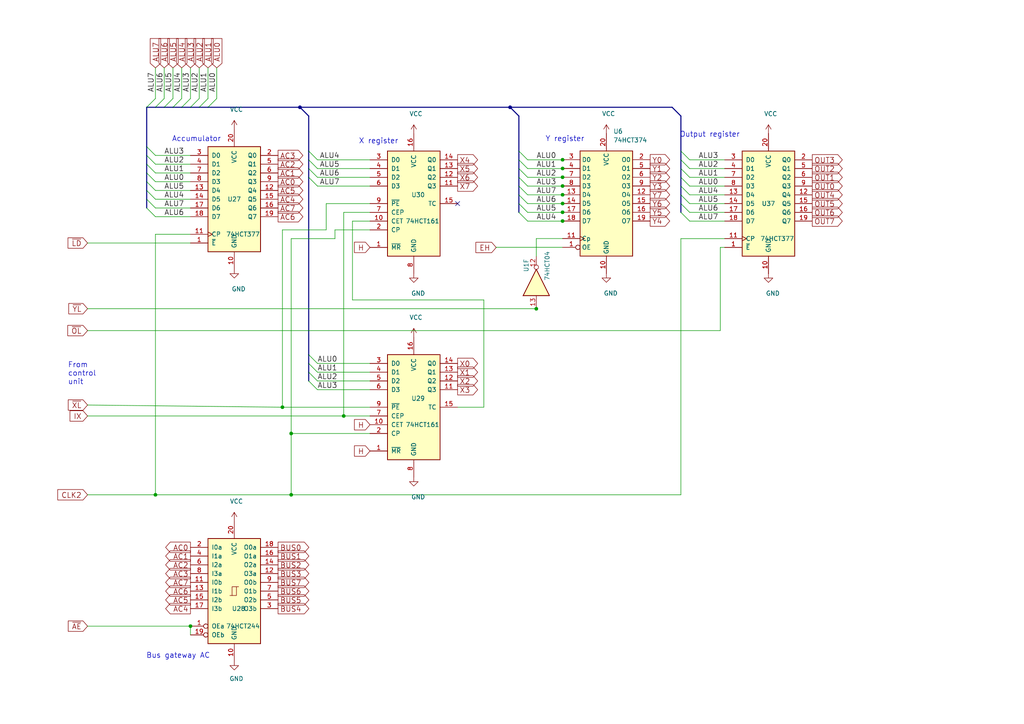
<source format=kicad_sch>
(kicad_sch (version 20211123) (generator eeschema)
  (paper "A4")
  (title_block (title "Gigatron User Registers") (date "2020-03-20") (rev "Release") (company "Marcel van Kervinck and Walter Belgers") (comment 1 "Only AC can write back to the bus and memory, the others are effectively write-only.") (comment 2 "Y is also used by the JMP instruction. OUT is the primary output register. ") (comment 3 "AC is the accumulator for calculations. X and Y are used to form memory addresses. ") (comment 4 "Besides PC there are four user registers: AC, X, Y and OUT, each has 8-bits."))
  (lib_symbols
    (symbol "74xx:74HCT04"
      (property "Reference" "U" (at 0 1.27 0))
      (property "Value" "74HCT04" (at 0 -1.27 0))
      (symbol "74HCT04_1_0"
        (polyline (pts (xy -3.81 3.81) (xy -3.81 -3.81) (xy 3.81 0) (xy -3.81 3.81)) (stroke (width 0.254)) (fill (type background)))
        (pin input line (at -7.62 0 0) (length 3.81) (name "~") (number "1"))
        (pin output inverted (at 7.62 0 180) (length 3.81) (name "~") (number "2"))
      )
      (symbol "74HCT04_2_0"
        (polyline (pts (xy -3.81 3.81) (xy -3.81 -3.81) (xy 3.81 0) (xy -3.81 3.81)) (stroke (width 0.254)) (fill (type background)))
        (pin input line (at -7.62 0 0) (length 3.81) (name "~") (number "3"))
        (pin output inverted (at 7.62 0 180) (length 3.81) (name "~") (number "4"))
      )
      (symbol "74HCT04_3_0"
        (polyline (pts (xy -3.81 3.81) (xy -3.81 -3.81) (xy 3.81 0) (xy -3.81 3.81)) (stroke (width 0.254)) (fill (type background)))
        (pin input line (at -7.62 0 0) (length 3.81) (name "~") (number "5"))
        (pin output inverted (at 7.62 0 180) (length 3.81) (name "~") (number "6"))
      )
      (symbol "74HCT04_4_0"
        (polyline (pts (xy -3.81 3.81) (xy -3.81 -3.81) (xy 3.81 0) (xy -3.81 3.81)) (stroke (width 0.254)) (fill (type background)))
        (pin output inverted (at 7.62 0 180) (length 3.81) (name "~") (number "8"))
        (pin input line (at -7.62 0 0) (length 3.81) (name "~") (number "9"))
      )
      (symbol "74HCT04_5_0"
        (polyline (pts (xy -3.81 3.81) (xy -3.81 -3.81) (xy 3.81 0) (xy -3.81 3.81)) (stroke (width 0.254)) (fill (type background)))
        (pin output inverted (at 7.62 0 180) (length 3.81) (name "~") (number "10"))
        (pin input line (at -7.62 0 0) (length 3.81) (name "~") (number "11"))
      )
      (symbol "74HCT04_6_0"
        (polyline (pts (xy -3.81 3.81) (xy -3.81 -3.81) (xy 3.81 0) (xy -3.81 3.81)) (stroke (width 0.254)) (fill (type background)))
        (pin output inverted (at 7.62 0 180) (length 3.81) (name "~") (number "12"))
        (pin input line (at -7.62 0 0) (length 3.81) (name "~") (number "13"))
      )
      (symbol "74HCT04_7_0"
        (pin power_in line (at 0 12.7 270) (length 5.08) (name "VCC") (number "14"))
        (pin power_in line (at 0 -12.7 90) (length 5.08) (name "GND") (number "7"))
      )
      (symbol "74HCT04_7_1"
        (rectangle (start -5.08 7.62) (end 5.08 -7.62) (stroke (width 0.254)) (fill (type background)))
      )
    )
    (symbol "74xx:74HCT374"
      (property "Reference" "U" (at -7.62 16.51 0))
      (property "Value" "74HCT374" (at -7.62 -16.51 0))
      (symbol "74HCT374_1_0"
        (pin input inverted (at -12.7 -12.7 0) (length 5.08) (name "OE") (number "1"))
        (pin power_in line (at 0 -20.32 90) (length 5.08) (name "GND") (number "10"))
        (pin input clock (at -12.7 -10.16 0) (length 5.08) (name "Cp") (number "11"))
        (pin tri_state line (at 12.7 2.54 180) (length 5.08) (name "O4") (number "12"))
        (pin input line (at -12.7 2.54 0) (length 5.08) (name "D4") (number "13"))
        (pin input line (at -12.7 0 0) (length 5.08) (name "D5") (number "14"))
        (pin tri_state line (at 12.7 0 180) (length 5.08) (name "O5") (number "15"))
        (pin tri_state line (at 12.7 -2.54 180) (length 5.08) (name "O6") (number "16"))
        (pin input line (at -12.7 -2.54 0) (length 5.08) (name "D6") (number "17"))
        (pin input line (at -12.7 -5.08 0) (length 5.08) (name "D7") (number "18"))
        (pin tri_state line (at 12.7 -5.08 180) (length 5.08) (name "O7") (number "19"))
        (pin tri_state line (at 12.7 12.7 180) (length 5.08) (name "O0") (number "2"))
        (pin power_in line (at 0 20.32 270) (length 5.08) (name "VCC") (number "20"))
        (pin input line (at -12.7 12.7 0) (length 5.08) (name "D0") (number "3"))
        (pin input line (at -12.7 10.16 0) (length 5.08) (name "D1") (number "4"))
        (pin tri_state line (at 12.7 10.16 180) (length 5.08) (name "O1") (number "5"))
        (pin tri_state line (at 12.7 7.62 180) (length 5.08) (name "O2") (number "6"))
        (pin input line (at -12.7 7.62 0) (length 5.08) (name "D2") (number "7"))
        (pin input line (at -12.7 5.08 0) (length 5.08) (name "D3") (number "8"))
        (pin tri_state line (at 12.7 5.08 180) (length 5.08) (name "O3") (number "9"))
      )
      (symbol "74HCT374_1_1"
        (rectangle (start -7.62 15.24) (end 7.62 -15.24) (stroke (width 0.254)) (fill (type background)))
      )
    )
    (symbol "74xx:74LS161" (pin_names (offset 1.016))
      (property "Reference" "U" (at -7.62 16.51 0))
      (property "Value" "74LS161" (at -7.62 -16.51 0))
      (symbol "74LS161_1_0"
        (pin input line (at -12.7 -12.7 0) (length 5.08) (name "~{MR}") (number "1"))
        (pin input line (at -12.7 -5.08 0) (length 5.08) (name "CET") (number "10"))
        (pin output line (at 12.7 5.08 180) (length 5.08) (name "Q3") (number "11"))
        (pin output line (at 12.7 7.62 180) (length 5.08) (name "Q2") (number "12"))
        (pin output line (at 12.7 10.16 180) (length 5.08) (name "Q1") (number "13"))
        (pin output line (at 12.7 12.7 180) (length 5.08) (name "Q0") (number "14"))
        (pin output line (at 12.7 0 180) (length 5.08) (name "TC") (number "15"))
        (pin power_in line (at 0 20.32 270) (length 5.08) (name "VCC") (number "16"))
        (pin input line (at -12.7 -7.62 0) (length 5.08) (name "CP") (number "2"))
        (pin input line (at -12.7 12.7 0) (length 5.08) (name "D0") (number "3"))
        (pin input line (at -12.7 10.16 0) (length 5.08) (name "D1") (number "4"))
        (pin input line (at -12.7 7.62 0) (length 5.08) (name "D2") (number "5"))
        (pin input line (at -12.7 5.08 0) (length 5.08) (name "D3") (number "6"))
        (pin input line (at -12.7 -2.54 0) (length 5.08) (name "CEP") (number "7"))
        (pin power_in line (at 0 -20.32 90) (length 5.08) (name "GND") (number "8"))
        (pin input line (at -12.7 0 0) (length 5.08) (name "~{PE}") (number "9"))
      )
      (symbol "74LS161_1_1"
        (rectangle (start -7.62 15.24) (end 7.62 -15.24) (stroke (width 0.254)) (fill (type background)))
      )
    )
    (symbol "74xx:74LS244" (pin_names (offset 1.016))
      (property "Reference" "U" (at -7.62 16.51 0))
      (property "Value" "74LS244" (at -7.62 -16.51 0))
      (symbol "74LS244_1_0"
        (polyline (pts (xy -0.635 -1.27) (xy -0.635 1.27) (xy 0.635 1.27)))
        (polyline (pts (xy -1.27 -1.27) (xy 0.635 -1.27) (xy 0.635 1.27) (xy 1.27 1.27)))
        (pin input inverted (at -12.7 -10.16 0) (length 5.08) (name "OEa") (number "1"))
        (pin power_in line (at 0 -20.32 90) (length 5.08) (name "GND") (number "10"))
        (pin input line (at -12.7 2.54 0) (length 5.08) (name "I0b") (number "11"))
        (pin tri_state line (at 12.7 5.08 180) (length 5.08) (name "O3a") (number "12"))
        (pin input line (at -12.7 0 0) (length 5.08) (name "I1b") (number "13"))
        (pin tri_state line (at 12.7 7.62 180) (length 5.08) (name "O2a") (number "14"))
        (pin input line (at -12.7 -2.54 0) (length 5.08) (name "I2b") (number "15"))
        (pin tri_state line (at 12.7 10.16 180) (length 5.08) (name "O1a") (number "16"))
        (pin input line (at -12.7 -5.08 0) (length 5.08) (name "I3b") (number "17"))
        (pin tri_state line (at 12.7 12.7 180) (length 5.08) (name "O0a") (number "18"))
        (pin input inverted (at -12.7 -12.7 0) (length 5.08) (name "OEb") (number "19"))
        (pin input line (at -12.7 12.7 0) (length 5.08) (name "I0a") (number "2"))
        (pin power_in line (at 0 20.32 270) (length 5.08) (name "VCC") (number "20"))
        (pin tri_state line (at 12.7 -5.08 180) (length 5.08) (name "O3b") (number "3"))
        (pin input line (at -12.7 10.16 0) (length 5.08) (name "I1a") (number "4"))
        (pin tri_state line (at 12.7 -2.54 180) (length 5.08) (name "O2b") (number "5"))
        (pin input line (at -12.7 7.62 0) (length 5.08) (name "I2a") (number "6"))
        (pin tri_state line (at 12.7 0 180) (length 5.08) (name "O1b") (number "7"))
        (pin input line (at -12.7 5.08 0) (length 5.08) (name "I3a") (number "8"))
        (pin tri_state line (at 12.7 2.54 180) (length 5.08) (name "O0b") (number "9"))
      )
      (symbol "74LS244_1_1"
        (rectangle (start -7.62 15.24) (end 7.62 -15.24) (stroke (width 0.254)) (fill (type background)))
      )
    )
    (symbol "74xx:74LS377" (pin_names (offset 1.016))
      (property "Reference" "U" (at -7.62 16.51 0))
      (property "Value" "74LS377" (at -7.62 -16.51 0))
      (symbol "74LS377_1_0"
        (pin input line (at -12.7 -12.7 0) (length 5.08) (name "~{E}") (number "1"))
        (pin power_in line (at 0 -20.32 90) (length 5.08) (name "GND") (number "10"))
        (pin input clock (at -12.7 -10.16 0) (length 5.08) (name "CP") (number "11"))
        (pin output line (at 12.7 2.54 180) (length 5.08) (name "Q4") (number "12"))
        (pin input line (at -12.7 2.54 0) (length 5.08) (name "D4") (number "13"))
        (pin input line (at -12.7 0 0) (length 5.08) (name "D5") (number "14"))
        (pin output line (at 12.7 0 180) (length 5.08) (name "Q5") (number "15"))
        (pin output line (at 12.7 -2.54 180) (length 5.08) (name "Q6") (number "16"))
        (pin input line (at -12.7 -2.54 0) (length 5.08) (name "D6") (number "17"))
        (pin input line (at -12.7 -5.08 0) (length 5.08) (name "D7") (number "18"))
        (pin output line (at 12.7 -5.08 180) (length 5.08) (name "Q7") (number "19"))
        (pin output line (at 12.7 12.7 180) (length 5.08) (name "Q0") (number "2"))
        (pin power_in line (at 0 20.32 270) (length 5.08) (name "VCC") (number "20"))
        (pin input line (at -12.7 12.7 0) (length 5.08) (name "D0") (number "3"))
        (pin input line (at -12.7 10.16 0) (length 5.08) (name "D1") (number "4"))
        (pin output line (at 12.7 10.16 180) (length 5.08) (name "Q1") (number "5"))
        (pin output line (at 12.7 7.62 180) (length 5.08) (name "Q2") (number "6"))
        (pin input line (at -12.7 7.62 0) (length 5.08) (name "D2") (number "7"))
        (pin input line (at -12.7 5.08 0) (length 5.08) (name "D3") (number "8"))
        (pin output line (at 12.7 5.08 180) (length 5.08) (name "Q3") (number "9"))
      )
      (symbol "74LS377_1_1"
        (rectangle (start -7.62 15.24) (end 7.62 -15.24) (stroke (width 0.254)) (fill (type background)))
      )
    )
    (symbol "power:GND" (power) (pin_names (offset 0))
      (property "Value" "GND" (at 0 -3.81 0))
      (symbol "GND_0_1"
        (polyline (pts (xy 0 0) (xy 0 -1.27) (xy 1.27 -1.27) (xy 0 -2.54) (xy -1.27 -1.27) (xy 0 -1.27)))
      )
      (symbol "GND_1_1"
        (pin power_in line (at 0 0 270) (length 0) hide (name "GND") (number "1"))
      )
    )
    (symbol "power:VCC" (power) (pin_names (offset 0))
      (property "Value" "VCC" (at 0 3.81 0))
      (symbol "VCC_0_1"
        (polyline (pts (xy -0.762 1.27) (xy 0 2.54)))
        (polyline (pts (xy 0 0) (xy 0 2.54)))
        (polyline (pts (xy 0 2.54) (xy 0.762 1.27)))
      )
      (symbol "VCC_1_1"
        (pin power_in line (at 0 0 90) (length 0) hide (name "VCC") (number "1"))
      )
    )
  )
  (junction (at 99.695 120.65))
  (junction (at 147.955 31.115))
  (junction (at 163.1696 48.8696))
  (junction (at 163.1696 56.4896))
  (junction (at 163.1696 61.5696))
  (junction (at 81.915 118.11))
  (junction (at 45.085 143.51))
  (junction (at 163.1696 51.4096))
  (junction (at 163.1696 59.0296))
  (junction (at 86.995 31.115))
  (junction (at 155.5496 89.5604))
  (junction (at 163.1696 46.3296))
  (junction (at 163.1696 53.9496))
  (junction (at 84.455 143.51))
  (junction (at 84.455 125.73))
  (junction (at 55.245 181.61))
  (junction (at 163.1696 64.1096))
  (no_connect (at 132.715 59.055))
  (bus_entry (at 89.535 105.41) (size 2.54 2.54))
  (bus_entry (at 42.545 57.785) (size 2.54 2.54))
  (bus_entry (at 60.325 28.575) (size -2.54 2.54))
  (bus_entry (at 47.625 28.575) (size -2.54 2.54))
  (bus_entry (at 150.495 43.815) (size 2.54 2.54))
  (bus_entry (at 42.545 55.245) (size 2.54 2.54))
  (bus_entry (at 150.495 53.975) (size 2.54 2.54))
  (bus_entry (at 42.545 52.705) (size 2.54 2.54))
  (bus_entry (at 42.545 60.325) (size 2.54 2.54))
  (bus_entry (at 197.485 46.355) (size 2.54 2.54))
  (bus_entry (at 197.485 48.895) (size 2.54 2.54))
  (bus_entry (at 57.785 28.575) (size -2.54 2.54))
  (bus_entry (at 150.495 59.055) (size 2.54 2.54))
  (bus_entry (at 89.535 46.355) (size 2.54 2.54))
  (bus_entry (at 89.535 43.815) (size 2.54 2.54))
  (bus_entry (at 197.485 56.515) (size 2.54 2.54))
  (bus_entry (at 150.495 46.355) (size 2.54 2.54))
  (bus_entry (at 62.865 28.575) (size -2.54 2.54))
  (bus_entry (at 197.485 53.975) (size 2.54 2.54))
  (bus_entry (at 42.545 50.165) (size 2.54 2.54))
  (bus_entry (at 150.495 61.595) (size 2.54 2.54))
  (bus_entry (at 89.535 51.435) (size 2.54 2.54))
  (bus_entry (at 150.495 56.515) (size 2.54 2.54))
  (bus_entry (at 42.545 42.545) (size 2.54 2.54))
  (bus_entry (at 42.545 45.085) (size 2.54 2.54))
  (bus_entry (at 52.705 28.575) (size -2.54 2.54))
  (bus_entry (at 55.245 28.575) (size -2.54 2.54))
  (bus_entry (at 197.485 51.435) (size 2.54 2.54))
  (bus_entry (at 150.495 51.435) (size 2.54 2.54))
  (bus_entry (at 89.535 110.49) (size 2.54 2.54))
  (bus_entry (at 89.535 102.87) (size 2.54 2.54))
  (bus_entry (at 197.485 61.595) (size 2.54 2.54))
  (bus_entry (at 150.495 48.895) (size 2.54 2.54))
  (bus_entry (at 42.545 47.625) (size 2.54 2.54))
  (bus_entry (at 89.535 107.95) (size 2.54 2.54))
  (bus_entry (at 50.165 28.575) (size -2.54 2.54))
  (bus_entry (at 45.085 28.575) (size -2.54 2.54))
  (bus_entry (at 197.485 43.815) (size 2.54 2.54))
  (bus_entry (at 197.485 59.055) (size 2.54 2.54))
  (bus_entry (at 89.535 48.895) (size 2.54 2.54))
  (wire (pts (xy 107.315 59.055) (xy 94.615 59.055)))
  (wire (pts (xy 107.315 46.355) (xy 92.075 46.355)))
  (wire (pts (xy 163.195 46.355) (xy 153.035 46.355)))
  (bus (pts (xy 86.995 31.115) (xy 147.955 31.115)))
  (wire (pts (xy 163.1696 71.7296) (xy 143.9164 71.7296)))
  (wire (pts (xy 107.315 51.435) (xy 92.075 51.435)))
  (wire (pts (xy 107.315 66.675) (xy 97.155 66.675)))
  (wire (pts (xy 81.915 118.11) (xy 107.315 118.11)))
  (wire (pts (xy 55.245 57.785) (xy 45.085 57.785)))
  (bus (pts (xy 52.705 31.115) (xy 55.245 31.115)))
  (wire (pts (xy 55.245 55.245) (xy 45.085 55.245)))
  (wire (pts (xy 210.185 51.435) (xy 200.025 51.435)))
  (bus (pts (xy 89.535 43.815) (xy 89.535 46.355)))
  (wire (pts (xy 50.165 19.685) (xy 50.165 28.575)))
  (wire (pts (xy 25.4 117.475) (xy 81.915 118.11)))
  (bus (pts (xy 197.485 43.815) (xy 197.485 46.355)))
  (wire (pts (xy 84.455 69.215) (xy 84.455 125.73)))
  (wire (pts (xy 210.185 48.895) (xy 200.025 48.895)))
  (wire (pts (xy 210.185 71.755) (xy 208.915 71.755)))
  (wire (pts (xy 25.4 89.535) (xy 155.575 89.535)))
  (wire (pts (xy 97.155 69.215) (xy 84.455 69.215)))
  (wire (pts (xy 197.485 143.51) (xy 197.485 69.215)))
  (wire (pts (xy 94.615 66.675) (xy 81.915 66.675)))
  (wire (pts (xy 153.035 59.055) (xy 163.195 59.055)))
  (bus (pts (xy 42.545 50.165) (xy 42.545 52.705)))
  (bus (pts (xy 197.485 48.895) (xy 197.485 51.435)))
  (wire (pts (xy 45.085 50.165) (xy 55.245 50.165)))
  (bus (pts (xy 150.495 51.435) (xy 150.495 53.975)))
  (bus (pts (xy 45.085 31.115) (xy 47.625 31.115)))
  (wire (pts (xy 25.4 181.61) (xy 55.245 181.61)))
  (bus (pts (xy 57.785 31.115) (xy 60.325 31.115)))
  (bus (pts (xy 89.535 105.41) (xy 89.535 107.95)))
  (wire (pts (xy 62.865 19.685) (xy 62.865 28.575)))
  (wire (pts (xy 210.185 53.975) (xy 200.025 53.975)))
  (bus (pts (xy 42.545 57.785) (xy 42.545 60.325)))
  (wire (pts (xy 45.085 143.51) (xy 84.455 143.51)))
  (wire (pts (xy 140.335 118.11) (xy 132.715 118.11)))
  (bus (pts (xy 147.955 31.115) (xy 194.945 31.115)))
  (bus (pts (xy 150.495 46.355) (xy 150.495 48.895)))
  (wire (pts (xy 200.025 56.515) (xy 210.185 56.515)))
  (bus (pts (xy 89.535 51.435) (xy 89.535 102.87)))
  (wire (pts (xy 45.085 19.685) (xy 45.085 28.575)))
  (wire (pts (xy 25.4 95.885) (xy 208.915 95.885)))
  (wire (pts (xy 92.075 113.03) (xy 107.315 113.03)))
  (wire (pts (xy 155.5496 74.3204) (xy 155.5496 69.1896)))
  (wire (pts (xy 155.5496 69.1896) (xy 163.1696 69.1896)))
  (bus (pts (xy 42.545 42.545) (xy 42.545 45.085)))
  (bus (pts (xy 89.535 48.895) (xy 89.535 51.435)))
  (bus (pts (xy 150.495 53.975) (xy 150.495 56.515)))
  (bus (pts (xy 150.495 48.895) (xy 150.495 51.435)))
  (bus (pts (xy 89.535 46.355) (xy 89.535 48.895)))
  (wire (pts (xy 60.325 19.685) (xy 60.325 28.575)))
  (wire (pts (xy 55.245 181.61) (xy 55.245 184.15)))
  (wire (pts (xy 107.315 48.895) (xy 92.075 48.895)))
  (wire (pts (xy 97.155 66.675) (xy 97.155 69.215)))
  (wire (pts (xy 55.245 19.685) (xy 55.245 28.575)))
  (wire (pts (xy 47.625 19.685) (xy 47.625 28.575)))
  (bus (pts (xy 197.485 51.435) (xy 197.485 53.975)))
  (bus (pts (xy 89.535 102.87) (xy 89.535 105.41)))
  (bus (pts (xy 47.625 31.115) (xy 50.165 31.115)))
  (wire (pts (xy 45.085 52.705) (xy 55.245 52.705)))
  (wire (pts (xy 153.035 64.135) (xy 163.195 64.135)))
  (wire (pts (xy 140.335 86.995) (xy 140.335 118.11)))
  (bus (pts (xy 55.245 31.115) (xy 57.785 31.115)))
  (bus (pts (xy 86.995 31.115) (xy 89.535 33.655)))
  (wire (pts (xy 81.915 66.675) (xy 81.915 118.11)))
  (bus (pts (xy 197.485 56.515) (xy 197.485 59.055)))
  (wire (pts (xy 107.315 64.135) (xy 102.235 64.135)))
  (bus (pts (xy 197.485 33.655) (xy 197.485 43.815)))
  (wire (pts (xy 197.485 69.215) (xy 210.185 69.215)))
  (wire (pts (xy 200.025 59.055) (xy 210.185 59.055)))
  (wire (pts (xy 107.315 53.975) (xy 92.075 53.975)))
  (wire (pts (xy 45.085 45.085) (xy 55.245 45.085)))
  (bus (pts (xy 42.545 31.115) (xy 45.085 31.115)))
  (wire (pts (xy 55.245 62.865) (xy 45.085 62.865)))
  (bus (pts (xy 42.545 55.245) (xy 42.545 57.785)))
  (wire (pts (xy 99.695 120.65) (xy 107.315 120.65)))
  (bus (pts (xy 194.945 31.115) (xy 197.485 33.655)))
  (wire (pts (xy 57.785 19.685) (xy 57.785 28.575)))
  (wire (pts (xy 92.075 107.95) (xy 107.315 107.95)))
  (wire (pts (xy 102.235 86.995) (xy 140.335 86.995)))
  (wire (pts (xy 84.455 125.73) (xy 84.455 143.51)))
  (bus (pts (xy 197.485 59.055) (xy 197.485 61.595)))
  (wire (pts (xy 84.455 143.51) (xy 197.485 143.51)))
  (wire (pts (xy 200.025 64.135) (xy 210.185 64.135)))
  (bus (pts (xy 150.495 33.655) (xy 150.495 43.815)))
  (wire (pts (xy 52.705 19.685) (xy 52.705 28.575)))
  (wire (pts (xy 45.085 67.945) (xy 45.085 143.51)))
  (bus (pts (xy 60.325 31.115) (xy 86.995 31.115)))
  (bus (pts (xy 197.485 46.355) (xy 197.485 48.895)))
  (bus (pts (xy 150.495 59.055) (xy 150.495 61.595)))
  (wire (pts (xy 25.4 143.51) (xy 45.085 143.51)))
  (bus (pts (xy 150.495 56.515) (xy 150.495 59.055)))
  (bus (pts (xy 147.955 31.115) (xy 150.495 33.655)))
  (bus (pts (xy 50.165 31.115) (xy 52.705 31.115)))
  (wire (pts (xy 143.9164 71.7296) (xy 143.9164 71.7804)))
  (bus (pts (xy 150.495 43.815) (xy 150.495 46.355)))
  (bus (pts (xy 89.535 107.95) (xy 89.535 110.49)))
  (wire (pts (xy 153.035 56.515) (xy 163.195 56.515)))
  (wire (pts (xy 25.4 70.485) (xy 55.245 70.485)))
  (wire (pts (xy 94.615 59.055) (xy 94.615 66.675)))
  (bus (pts (xy 197.485 53.975) (xy 197.485 56.515)))
  (wire (pts (xy 163.195 48.895) (xy 153.035 48.895)))
  (wire (pts (xy 102.235 64.135) (xy 102.235 86.995)))
  (bus (pts (xy 42.545 47.625) (xy 42.545 50.165)))
  (wire (pts (xy 92.075 110.49) (xy 107.315 110.49)))
  (wire (pts (xy 55.245 60.325) (xy 45.085 60.325)))
  (wire (pts (xy 163.195 53.975) (xy 153.035 53.975)))
  (bus (pts (xy 89.535 33.655) (xy 89.535 43.815)))
  (wire (pts (xy 92.075 105.41) (xy 107.315 105.41)))
  (wire (pts (xy 210.185 46.355) (xy 200.025 46.355)))
  (wire (pts (xy 99.695 61.595) (xy 99.695 120.65)))
  (wire (pts (xy 55.245 67.945) (xy 45.085 67.945)))
  (wire (pts (xy 200.025 61.595) (xy 210.185 61.595)))
  (wire (pts (xy 163.195 51.435) (xy 153.035 51.435)))
  (wire (pts (xy 25.4 120.65) (xy 99.695 120.65)))
  (bus (pts (xy 42.545 45.085) (xy 42.545 47.625)))
  (wire (pts (xy 208.915 71.755) (xy 208.915 95.885)))
  (wire (pts (xy 107.315 125.73) (xy 84.455 125.73)))
  (wire (pts (xy 45.085 47.625) (xy 55.245 47.625)))
  (wire (pts (xy 107.315 61.595) (xy 99.695 61.595)))
  (bus (pts (xy 42.545 52.705) (xy 42.545 55.245)))
  (wire (pts (xy 153.035 61.595) (xy 163.195 61.595)))
  (bus (pts (xy 42.545 31.115) (xy 42.545 42.545)))
  (text "Accumulator\n" (at 64.135 41.275 180) (effects (font (size 1.524 1.524)) (justify right bottom)))
  (text "Output register" (at 214.63 40.005 180) (effects (font (size 1.524 1.524)) (justify right bottom)))
  (text "Bus gateway AC" (at 60.96 191.135 180) (effects (font (size 1.524 1.524)) (justify right bottom)))
  (text "X register" (at 115.57 41.91 180) (effects (font (size 1.524 1.524)) (justify right bottom)))
  (text "Y register" (at 169.545 41.275 180) (effects (font (size 1.524 1.524)) (justify right bottom)))
  (text "From\ncontrol\nunit" (at 19.685 111.76 0) (effects (font (size 1.524 1.524)) (justify left bottom)))
  (label "ALU3" (at 92.075 113.03 0) (effects (font (size 1.524 1.524))))
  (label "ALU0" (at 47.625 52.705 0) (effects (font (size 1.524 1.524))))
  (label "ALU4" (at 47.625 57.785 0) (effects (font (size 1.524 1.524))))
  (label "ALU6" (at 47.625 62.865 0) (effects (font (size 1.524 1.524))))
  (label "ALU3" (at 47.625 45.085 0) (effects (font (size 1.524 1.524))))
  (label "ALU1" (at 155.575 48.895 0) (effects (font (size 1.524 1.524))))
  (label "ALU0" (at 62.865 20.955 270) (effects (font (size 1.524 1.524))))
  (label "ALU2" (at 92.075 110.49 0) (effects (font (size 1.524 1.524))))
  (label "ALU5" (at 92.71 48.895 0) (effects (font (size 1.524 1.524))))
  (label "ALU3" (at 55.245 20.955 270) (effects (font (size 1.524 1.524))))
  (label "ALU6" (at 47.625 20.955 270) (effects (font (size 1.524 1.524))))
  (label "ALU0" (at 202.565 53.975 0) (effects (font (size 1.524 1.524))))
  (label "ALU7" (at 202.565 64.135 0) (effects (font (size 1.524 1.524))))
  (label "ALU7" (at 47.625 60.325 0) (effects (font (size 1.524 1.524))))
  (label "ALU3" (at 155.575 53.975 0) (effects (font (size 1.524 1.524))))
  (label "ALU4" (at 92.71 46.355 0) (effects (font (size 1.524 1.524))))
  (label "ALU2" (at 47.625 47.625 0) (effects (font (size 1.524 1.524))))
  (label "ALU5" (at 50.165 20.955 270) (effects (font (size 1.524 1.524))))
  (label "ALU7" (at 92.71 53.975 0) (effects (font (size 1.524 1.524))))
  (label "ALU4" (at 52.705 20.955 270) (effects (font (size 1.524 1.524))))
  (label "ALU1" (at 92.075 107.95 0) (effects (font (size 1.524 1.524))))
  (label "ALU5" (at 202.565 59.055 0) (effects (font (size 1.524 1.524))))
  (label "ALU7" (at 155.575 56.515 0) (effects (font (size 1.524 1.524))))
  (label "ALU3" (at 202.565 46.355 0) (effects (font (size 1.524 1.524))))
  (label "ALU5" (at 47.625 55.245 0) (effects (font (size 1.524 1.524))))
  (label "ALU7" (at 45.085 20.955 270) (effects (font (size 1.524 1.524))))
  (label "ALU6" (at 155.575 59.055 0) (effects (font (size 1.524 1.524))))
  (label "ALU0" (at 155.575 46.355 0) (effects (font (size 1.524 1.524))))
  (label "ALU2" (at 202.565 48.895 0) (effects (font (size 1.524 1.524))))
  (label "ALU1" (at 202.565 51.435 0) (effects (font (size 1.524 1.524))))
  (label "ALU2" (at 57.785 20.955 270) (effects (font (size 1.524 1.524))))
  (label "ALU4" (at 155.575 64.135 0) (effects (font (size 1.524 1.524))))
  (label "ALU4" (at 202.565 56.515 0) (effects (font (size 1.524 1.524))))
  (label "ALU6" (at 92.71 51.435 0) (effects (font (size 1.524 1.524))))
  (label "ALU2" (at 155.575 51.435 0) (effects (font (size 1.524 1.524))))
  (label "ALU1" (at 47.625 50.165 0) (effects (font (size 1.524 1.524))))
  (label "ALU0" (at 92.075 105.41 0) (effects (font (size 1.524 1.524))))
  (label "ALU1" (at 60.325 20.955 270) (effects (font (size 1.524 1.524))))
  (label "ALU5" (at 155.575 61.595 0) (effects (font (size 1.524 1.524))))
  (label "ALU6" (at 202.565 61.595 0) (effects (font (size 1.524 1.524))))
  (global_label "Y3" (shape output) (at 188.5696 53.9496 0) (effects (font (size 1.524 1.524))) (property "Intersheet References" "${INTERSHEET_REFS}" (effects hide)))
  (global_label "Y7" (shape output) (at 188.5696 56.4896 0) (effects (font (size 1.524 1.524))) (property "Intersheet References" "${INTERSHEET_REFS}" (effects hide)))
  (global_label "BUS4" (shape output) (at 80.645 176.53 0) (effects (font (size 1.524 1.524))) (property "Intersheet References" "${INTERSHEET_REFS}" (effects hide)))
  (global_label "BUS3" (shape output) (at 80.645 166.37 0) (effects (font (size 1.524 1.524))) (property "Intersheet References" "${INTERSHEET_REFS}" (effects hide)))
  (global_label "H" (shape input) (at 107.315 71.755 180) (effects (font (size 1.524 1.524))) (property "Intersheet References" "${INTERSHEET_REFS}" (effects hide)))
  (global_label "OUT0" (shape output) (at 235.585 53.975 0) (effects (font (size 1.524 1.524))) (property "Intersheet References" "${INTERSHEET_REFS}" (effects hide)))
  (global_label "Y4" (shape output) (at 188.5696 64.1096 0) (effects (font (size 1.524 1.524))) (property "Intersheet References" "${INTERSHEET_REFS}" (effects hide)))
  (global_label "X7" (shape output) (at 132.715 53.975 0) (effects (font (size 1.524 1.524))) (property "Intersheet References" "${INTERSHEET_REFS}" (effects hide)))
  (global_label "AC3" (shape output) (at 55.245 166.37 180) (effects (font (size 1.524 1.524))) (property "Intersheet References" "${INTERSHEET_REFS}" (effects hide)))
  (global_label "~{LD}" (shape input) (at 25.4 70.485 180) (effects (font (size 1.524 1.524))) (property "Intersheet References" "${INTERSHEET_REFS}" (effects hide)))
  (global_label "AC4" (shape output) (at 55.245 176.53 180) (effects (font (size 1.524 1.524))) (property "Intersheet References" "${INTERSHEET_REFS}" (effects hide)))
  (global_label "OUT2" (shape output) (at 235.585 48.895 0) (effects (font (size 1.524 1.524))) (property "Intersheet References" "${INTERSHEET_REFS}" (effects hide)))
  (global_label "~{OL}" (shape input) (at 25.4 95.885 180) (effects (font (size 1.524 1.524))) (property "Intersheet References" "${INTERSHEET_REFS}" (effects hide)))
  (global_label "EH" (shape input) (at 143.9164 71.7804 180) (effects (font (size 1.524 1.524))) (property "Intersheet References" "${INTERSHEET_REFS}" (effects hide)))
  (global_label "X3" (shape output) (at 132.715 113.03 0) (effects (font (size 1.524 1.524))) (property "Intersheet References" "${INTERSHEET_REFS}" (effects hide)))
  (global_label "OUT3" (shape output) (at 235.585 46.355 0) (effects (font (size 1.524 1.524))) (property "Intersheet References" "${INTERSHEET_REFS}" (effects hide)))
  (global_label "Y5" (shape output) (at 188.5696 61.5696 0) (effects (font (size 1.524 1.524))) (property "Intersheet References" "${INTERSHEET_REFS}" (effects hide)))
  (global_label "Y2" (shape output) (at 188.5696 51.4096 0) (effects (font (size 1.524 1.524))) (property "Intersheet References" "${INTERSHEET_REFS}" (effects hide)))
  (global_label "X2" (shape output) (at 132.715 110.49 0) (effects (font (size 1.524 1.524))) (property "Intersheet References" "${INTERSHEET_REFS}" (effects hide)))
  (global_label "~{XL}" (shape input) (at 25.4 117.475 180) (effects (font (size 1.524 1.524))) (property "Intersheet References" "${INTERSHEET_REFS}" (effects hide)))
  (global_label "ALU4" (shape input) (at 52.705 19.685 90) (effects (font (size 1.524 1.524))) (property "Intersheet References" "${INTERSHEET_REFS}" (effects hide)))
  (global_label "AC5" (shape output) (at 55.245 173.99 180) (effects (font (size 1.524 1.524))) (property "Intersheet References" "${INTERSHEET_REFS}" (effects hide)))
  (global_label "AC6" (shape output) (at 55.245 171.45 180) (effects (font (size 1.524 1.524))) (property "Intersheet References" "${INTERSHEET_REFS}" (effects hide)))
  (global_label "AC2" (shape output) (at 55.245 163.83 180) (effects (font (size 1.524 1.524))) (property "Intersheet References" "${INTERSHEET_REFS}" (effects hide)))
  (global_label "BUS1" (shape output) (at 80.645 161.29 0) (effects (font (size 1.524 1.524))) (property "Intersheet References" "${INTERSHEET_REFS}" (effects hide)))
  (global_label "ALU1" (shape input) (at 60.325 19.685 90) (effects (font (size 1.524 1.524))) (property "Intersheet References" "${INTERSHEET_REFS}" (effects hide)))
  (global_label "AC4" (shape output) (at 80.645 57.785 0) (effects (font (size 1.524 1.524))) (property "Intersheet References" "${INTERSHEET_REFS}" (effects hide)))
  (global_label "OUT6" (shape output) (at 235.585 61.595 0) (effects (font (size 1.524 1.524))) (property "Intersheet References" "${INTERSHEET_REFS}" (effects hide)))
  (global_label "X4" (shape output) (at 132.715 46.355 0) (effects (font (size 1.524 1.524))) (property "Intersheet References" "${INTERSHEET_REFS}" (effects hide)))
  (global_label "~{AE}" (shape input) (at 25.4 181.61 180) (effects (font (size 1.524 1.524))) (property "Intersheet References" "${INTERSHEET_REFS}" (effects hide)))
  (global_label "BUS0" (shape output) (at 80.645 158.75 0) (effects (font (size 1.524 1.524))) (property "Intersheet References" "${INTERSHEET_REFS}" (effects hide)))
  (global_label "AC2" (shape output) (at 80.645 47.625 0) (effects (font (size 1.524 1.524))) (property "Intersheet References" "${INTERSHEET_REFS}" (effects hide)))
  (global_label "OUT5" (shape output) (at 235.585 59.055 0) (effects (font (size 1.524 1.524))) (property "Intersheet References" "${INTERSHEET_REFS}" (effects hide)))
  (global_label "BUS7" (shape output) (at 80.645 168.91 0) (effects (font (size 1.524 1.524))) (property "Intersheet References" "${INTERSHEET_REFS}" (effects hide)))
  (global_label "ALU6" (shape input) (at 47.625 19.685 90) (effects (font (size 1.524 1.524))) (property "Intersheet References" "${INTERSHEET_REFS}" (effects hide)))
  (global_label "ALU5" (shape input) (at 50.165 19.685 90) (effects (font (size 1.524 1.524))) (property "Intersheet References" "${INTERSHEET_REFS}" (effects hide)))
  (global_label "BUS6" (shape output) (at 80.645 171.45 0) (effects (font (size 1.524 1.524))) (property "Intersheet References" "${INTERSHEET_REFS}" (effects hide)))
  (global_label "IX" (shape input) (at 25.4 120.65 180) (effects (font (size 1.524 1.524))) (property "Intersheet References" "${INTERSHEET_REFS}" (effects hide)))
  (global_label "BUS5" (shape output) (at 80.645 173.99 0) (effects (font (size 1.524 1.524))) (property "Intersheet References" "${INTERSHEET_REFS}" (effects hide)))
  (global_label "ALU3" (shape input) (at 55.245 19.685 90) (effects (font (size 1.524 1.524))) (property "Intersheet References" "${INTERSHEET_REFS}" (effects hide)))
  (global_label "X1" (shape output) (at 132.715 107.95 0) (effects (font (size 1.524 1.524))) (property "Intersheet References" "${INTERSHEET_REFS}" (effects hide)))
  (global_label "H" (shape input) (at 107.315 123.19 180) (effects (font (size 1.524 1.524))) (property "Intersheet References" "${INTERSHEET_REFS}" (effects hide)))
  (global_label "OUT1" (shape output) (at 235.585 51.435 0) (effects (font (size 1.524 1.524))) (property "Intersheet References" "${INTERSHEET_REFS}" (effects hide)))
  (global_label "X5" (shape output) (at 132.715 48.895 0) (effects (font (size 1.524 1.524))) (property "Intersheet References" "${INTERSHEET_REFS}" (effects hide)))
  (global_label "AC0" (shape output) (at 55.245 158.75 180) (effects (font (size 1.524 1.524))) (property "Intersheet References" "${INTERSHEET_REFS}" (effects hide)))
  (global_label "~{YL}" (shape input) (at 25.4 89.535 180) (effects (font (size 1.524 1.524))) (property "Intersheet References" "${INTERSHEET_REFS}" (effects hide)))
  (global_label "AC3" (shape output) (at 80.645 45.085 0) (effects (font (size 1.524 1.524))) (property "Intersheet References" "${INTERSHEET_REFS}" (effects hide)))
  (global_label "AC6" (shape output) (at 80.645 62.865 0) (effects (font (size 1.524 1.524))) (property "Intersheet References" "${INTERSHEET_REFS}" (effects hide)))
  (global_label "ALU7" (shape input) (at 45.085 19.685 90) (effects (font (size 1.524 1.524))) (property "Intersheet References" "${INTERSHEET_REFS}" (effects hide)))
  (global_label "OUT7" (shape output) (at 235.585 64.135 0) (effects (font (size 1.524 1.524))) (property "Intersheet References" "${INTERSHEET_REFS}" (effects hide)))
  (global_label "X0" (shape output) (at 132.715 105.41 0) (effects (font (size 1.524 1.524))) (property "Intersheet References" "${INTERSHEET_REFS}" (effects hide)))
  (global_label "AC7" (shape output) (at 55.245 168.91 180) (effects (font (size 1.524 1.524))) (property "Intersheet References" "${INTERSHEET_REFS}" (effects hide)))
  (global_label "AC1" (shape output) (at 80.645 50.165 0) (effects (font (size 1.524 1.524))) (property "Intersheet References" "${INTERSHEET_REFS}" (effects hide)))
  (global_label "ALU0" (shape input) (at 62.865 19.685 90) (effects (font (size 1.524 1.524))) (property "Intersheet References" "${INTERSHEET_REFS}" (effects hide)))
  (global_label "AC1" (shape output) (at 55.245 161.29 180) (effects (font (size 1.524 1.524))) (property "Intersheet References" "${INTERSHEET_REFS}" (effects hide)))
  (global_label "Y0" (shape output) (at 188.5696 46.3296 0) (effects (font (size 1.524 1.524))) (property "Intersheet References" "${INTERSHEET_REFS}" (effects hide)))
  (global_label "OUT4" (shape output) (at 235.585 56.515 0) (effects (font (size 1.524 1.524))) (property "Intersheet References" "${INTERSHEET_REFS}" (effects hide)))
  (global_label "AC7" (shape output) (at 80.645 60.325 0) (effects (font (size 1.524 1.524))) (property "Intersheet References" "${INTERSHEET_REFS}" (effects hide)))
  (global_label "ALU2" (shape input) (at 57.785 19.685 90) (effects (font (size 1.524 1.524))) (property "Intersheet References" "${INTERSHEET_REFS}" (effects hide)))
  (global_label "Y1" (shape output) (at 188.5696 48.8696 0) (effects (font (size 1.524 1.524))) (property "Intersheet References" "${INTERSHEET_REFS}" (effects hide)))
  (global_label "H" (shape input) (at 107.315 130.81 180) (effects (font (size 1.524 1.524))) (property "Intersheet References" "${INTERSHEET_REFS}" (effects hide)))
  (global_label "AC5" (shape output) (at 80.645 55.245 0) (effects (font (size 1.524 1.524))) (property "Intersheet References" "${INTERSHEET_REFS}" (effects hide)))
  (global_label "CLK2" (shape input) (at 25.4 143.51 180) (effects (font (size 1.524 1.524))) (property "Intersheet References" "${INTERSHEET_REFS}" (effects hide)))
  (global_label "X6" (shape output) (at 132.715 51.435 0) (effects (font (size 1.524 1.524))) (property "Intersheet References" "${INTERSHEET_REFS}" (effects hide)))
  (global_label "Y6" (shape output) (at 188.5696 59.0296 0) (effects (font (size 1.524 1.524))) (property "Intersheet References" "${INTERSHEET_REFS}" (effects hide)))
  (global_label "BUS2" (shape output) (at 80.645 163.83 0) (effects (font (size 1.524 1.524))) (property "Intersheet References" "${INTERSHEET_REFS}" (effects hide)))
  (global_label "AC0" (shape output) (at 80.645 52.705 0) (effects (font (size 1.524 1.524))) (property "Intersheet References" "${INTERSHEET_REFS}" (effects hide)))
  (symbol (lib_id "74xx:74LS377") (at 67.945 57.785 0) (unit 1)
    (property "Reference" "U27" (at 67.945 57.785 0))
    (property "Value" "74HCT377" (at 70.485 67.945 0))
    (property "Footprint" "Package_DIP:DIP-20_W7.62mm" (effects hide))
  )
  (symbol (lib_id "74xx:74LS161") (at 120.015 59.055 0) (unit 1)
    (property "Reference" "U30" (at 121.285 56.515 0))
    (property "Value" "74HCT161" (at 122.555 64.135 0))
    (property "Footprint" "Package_DIP:DIP-16_W7.62mm" (effects hide))
  )
  (symbol (lib_id "74xx:74LS161") (at 120.015 118.11 0) (unit 1)
    (property "Reference" "U29" (at 121.285 115.57 0))
    (property "Value" "74HCT161" (at 122.555 123.19 0))
    (property "Footprint" "Package_DIP:DIP-16_W7.62mm" (effects hide))
  )
  (symbol (lib_id "74xx:74LS377") (at 222.885 59.055 0) (unit 1)
    (property "Reference" "U37" (at 222.885 59.055 0))
    (property "Value" "74HCT377" (at 225.425 69.215 0))
    (property "Footprint" "Package_DIP:DIP-20_W7.62mm" (effects hide))
  )
  (symbol (lib_id "74xx:74LS244") (at 67.945 171.45 0) (unit 1)
    (property "Reference" "U28" (at 69.215 176.53 0))
    (property "Value" "74HCT244" (at 70.485 181.61 0))
    (property "Footprint" "Package_DIP:DIP-20_W7.62mm" (effects hide))
  )
  (symbol (lib_id "power:GND") (at 67.945 78.105 0) (unit 1)
    (property "Reference" "#PWR0153" (effects hide))
    (property "Value" "GND" (at 69.215 83.82 0))
  )
  (symbol (lib_id "power:VCC") (at 67.945 37.465 0) (unit 1)
    (property "Reference" "#PWR0154" (effects hide))
    (property "Value" "VCC" (at 68.58 31.75 0))
  )
  (symbol (lib_id "power:GND") (at 120.015 79.375 0) (unit 1)
    (property "Reference" "#PWR0155" (effects hide))
    (property "Value" "GND" (at 121.285 85.09 0))
  )
  (symbol (lib_id "power:VCC") (at 120.015 38.735 0) (unit 1)
    (property "Reference" "#PWR0156" (effects hide))
    (property "Value" "VCC" (at 120.65 33.02 0))
  )
  (symbol (lib_id "power:GND") (at 175.8696 79.3496 0) (unit 1)
    (property "Reference" "#PWR0157" (effects hide))
    (property "Value" "GND" (at 177.1396 85.0646 0))
  )
  (symbol (lib_id "power:VCC") (at 175.8696 38.7096 0) (unit 1)
    (property "Reference" "#PWR0158" (effects hide))
    (property "Value" "VCC" (at 176.5046 32.9946 0))
  )
  (symbol (lib_id "power:GND") (at 222.885 79.375 0) (unit 1)
    (property "Reference" "#PWR0159" (effects hide))
    (property "Value" "GND" (at 224.155 85.09 0))
  )
  (symbol (lib_id "power:VCC") (at 222.885 38.735 0) (unit 1)
    (property "Reference" "#PWR0160" (effects hide))
    (property "Value" "VCC" (at 223.52 33.02 0))
  )
  (symbol (lib_id "power:GND") (at 67.945 191.77 0) (unit 1)
    (property "Reference" "#PWR0161" (effects hide))
    (property "Value" "GND" (at 68.58 196.85 0))
  )
  (symbol (lib_id "power:VCC") (at 67.945 151.13 0) (unit 1)
    (property "Reference" "#PWR0162" (effects hide))
    (property "Value" "VCC" (at 68.58 145.415 0))
  )
  (symbol (lib_id "power:GND") (at 120.015 138.43 0) (unit 1)
    (property "Reference" "#PWR0163" (effects hide))
    (property "Value" "GND" (at 121.285 144.145 0))
  )
  (symbol (lib_id "power:VCC") (at 120.015 97.79 0) (unit 1)
    (property "Reference" "#PWR0164" (effects hide))
    (property "Value" "VCC" (at 120.65 92.075 0))
  )
  (symbol (lib_id "74xx:74HCT04") (at 155.5496 81.9404 90) (unit 6)
    (property "Reference" "U1" (at 152.6286 76.9874 0))
    (property "Value" "74HCT04" (at 158.7246 77.1144 0))
    (property "Footprint" "Package_DIP:DIP-14_W7.62mm" (effects hide))
  )
  (symbol (lib_id "74xx:74HCT374") (at 175.8696 59.0296 0) (unit 1)
    (property "Reference" "U6" (at 177.889 38.1 0) (effects (justify left)))
    (property "Value" "74HCT374" (at 177.889 40.64 0) (effects (justify left)))
    (property "Footprint" "Package_DIP:DIP-22_W7.62mm_Socket" (effects hide))
    (property "Datasheet" "https://www.ti.com/lit/ds/symlink/cd74hct374.pdf" (effects hide))
  )
)
</source>
